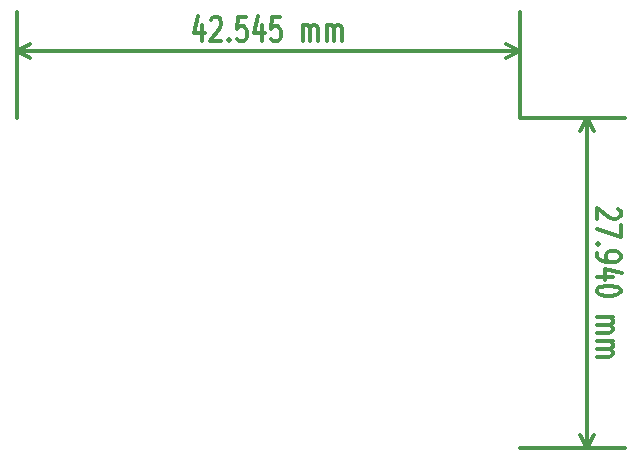
<source format=gbr>
G04 (created by PCBNEW-RS274X (2012-01-19 BZR 3256)-stable) date 1/1/2013 6:43:37 PM*
G01*
G70*
G90*
%MOIN*%
G04 Gerber Fmt 3.4, Leading zero omitted, Abs format*
%FSLAX34Y34*%
G04 APERTURE LIST*
%ADD10C,0.006000*%
%ADD11C,0.012000*%
G04 APERTURE END LIST*
G54D10*
G54D11*
X43039Y-24515D02*
X43077Y-24544D01*
X43115Y-24601D01*
X43115Y-24744D01*
X43077Y-24801D01*
X43039Y-24830D01*
X42963Y-24858D01*
X42887Y-24858D01*
X42772Y-24830D01*
X42315Y-24487D01*
X42315Y-24858D01*
X43115Y-25058D02*
X43115Y-25458D01*
X42315Y-25201D01*
X42391Y-25686D02*
X42353Y-25714D01*
X42315Y-25686D01*
X42353Y-25657D01*
X42391Y-25686D01*
X42315Y-25686D01*
X42315Y-26000D02*
X42315Y-26115D01*
X42353Y-26172D01*
X42391Y-26200D01*
X42506Y-26258D01*
X42658Y-26286D01*
X42963Y-26286D01*
X43039Y-26258D01*
X43077Y-26229D01*
X43115Y-26172D01*
X43115Y-26058D01*
X43077Y-26000D01*
X43039Y-25972D01*
X42963Y-25943D01*
X42772Y-25943D01*
X42696Y-25972D01*
X42658Y-26000D01*
X42620Y-26058D01*
X42620Y-26172D01*
X42658Y-26229D01*
X42696Y-26258D01*
X42772Y-26286D01*
X42849Y-26800D02*
X42315Y-26800D01*
X43153Y-26657D02*
X42582Y-26514D01*
X42582Y-26886D01*
X43115Y-27228D02*
X43115Y-27285D01*
X43077Y-27342D01*
X43039Y-27371D01*
X42963Y-27400D01*
X42810Y-27428D01*
X42620Y-27428D01*
X42468Y-27400D01*
X42391Y-27371D01*
X42353Y-27342D01*
X42315Y-27285D01*
X42315Y-27228D01*
X42353Y-27171D01*
X42391Y-27142D01*
X42468Y-27114D01*
X42620Y-27085D01*
X42810Y-27085D01*
X42963Y-27114D01*
X43039Y-27142D01*
X43077Y-27171D01*
X43115Y-27228D01*
X42315Y-28142D02*
X42849Y-28142D01*
X42772Y-28142D02*
X42810Y-28170D01*
X42849Y-28228D01*
X42849Y-28313D01*
X42810Y-28370D01*
X42734Y-28399D01*
X42315Y-28399D01*
X42734Y-28399D02*
X42810Y-28428D01*
X42849Y-28485D01*
X42849Y-28570D01*
X42810Y-28628D01*
X42734Y-28656D01*
X42315Y-28656D01*
X42315Y-28942D02*
X42849Y-28942D01*
X42772Y-28942D02*
X42810Y-28970D01*
X42849Y-29028D01*
X42849Y-29113D01*
X42810Y-29170D01*
X42734Y-29199D01*
X42315Y-29199D01*
X42734Y-29199D02*
X42810Y-29228D01*
X42849Y-29285D01*
X42849Y-29370D01*
X42810Y-29428D01*
X42734Y-29456D01*
X42315Y-29456D01*
X41999Y-21500D02*
X41999Y-32500D01*
X39750Y-21500D02*
X43279Y-21500D01*
X39750Y-32500D02*
X43279Y-32500D01*
X41999Y-32500D02*
X41769Y-32057D01*
X41999Y-32500D02*
X42229Y-32057D01*
X41999Y-21500D02*
X41769Y-21943D01*
X41999Y-21500D02*
X42229Y-21943D01*
X29176Y-18401D02*
X29176Y-18935D01*
X29033Y-18097D02*
X28890Y-18668D01*
X29262Y-18668D01*
X29461Y-18211D02*
X29490Y-18173D01*
X29547Y-18135D01*
X29690Y-18135D01*
X29747Y-18173D01*
X29776Y-18211D01*
X29804Y-18287D01*
X29804Y-18363D01*
X29776Y-18478D01*
X29433Y-18935D01*
X29804Y-18935D01*
X30061Y-18859D02*
X30089Y-18897D01*
X30061Y-18935D01*
X30032Y-18897D01*
X30061Y-18859D01*
X30061Y-18935D01*
X30633Y-18135D02*
X30347Y-18135D01*
X30318Y-18516D01*
X30347Y-18478D01*
X30404Y-18440D01*
X30547Y-18440D01*
X30604Y-18478D01*
X30633Y-18516D01*
X30661Y-18592D01*
X30661Y-18782D01*
X30633Y-18859D01*
X30604Y-18897D01*
X30547Y-18935D01*
X30404Y-18935D01*
X30347Y-18897D01*
X30318Y-18859D01*
X31175Y-18401D02*
X31175Y-18935D01*
X31032Y-18097D02*
X30889Y-18668D01*
X31261Y-18668D01*
X31775Y-18135D02*
X31489Y-18135D01*
X31460Y-18516D01*
X31489Y-18478D01*
X31546Y-18440D01*
X31689Y-18440D01*
X31746Y-18478D01*
X31775Y-18516D01*
X31803Y-18592D01*
X31803Y-18782D01*
X31775Y-18859D01*
X31746Y-18897D01*
X31689Y-18935D01*
X31546Y-18935D01*
X31489Y-18897D01*
X31460Y-18859D01*
X32517Y-18935D02*
X32517Y-18401D01*
X32517Y-18478D02*
X32545Y-18440D01*
X32603Y-18401D01*
X32688Y-18401D01*
X32745Y-18440D01*
X32774Y-18516D01*
X32774Y-18935D01*
X32774Y-18516D02*
X32803Y-18440D01*
X32860Y-18401D01*
X32945Y-18401D01*
X33003Y-18440D01*
X33031Y-18516D01*
X33031Y-18935D01*
X33317Y-18935D02*
X33317Y-18401D01*
X33317Y-18478D02*
X33345Y-18440D01*
X33403Y-18401D01*
X33488Y-18401D01*
X33545Y-18440D01*
X33574Y-18516D01*
X33574Y-18935D01*
X33574Y-18516D02*
X33603Y-18440D01*
X33660Y-18401D01*
X33745Y-18401D01*
X33803Y-18440D01*
X33831Y-18516D01*
X33831Y-18935D01*
X23000Y-19251D02*
X39750Y-19251D01*
X23000Y-21500D02*
X23000Y-17971D01*
X39750Y-21500D02*
X39750Y-17971D01*
X39750Y-19251D02*
X39307Y-19481D01*
X39750Y-19251D02*
X39307Y-19021D01*
X23000Y-19251D02*
X23443Y-19481D01*
X23000Y-19251D02*
X23443Y-19021D01*
M02*

</source>
